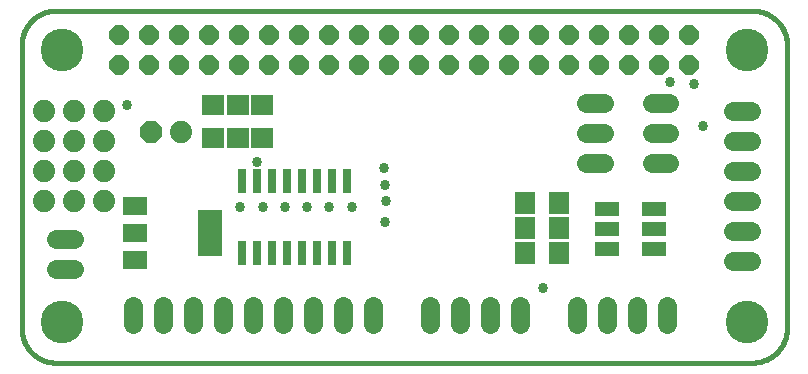
<source format=gts>
G75*
%MOIN*%
%OFA0B0*%
%FSLAX25Y25*%
%IPPOS*%
%LPD*%
%AMOC8*
5,1,8,0,0,1.08239X$1,22.5*
%
%ADD10C,0.01600*%
%ADD11R,0.07493X0.06706*%
%ADD12OC8,0.06406*%
%ADD13R,0.07505X0.06706*%
%ADD14OC8,0.07406*%
%ADD15C,0.07406*%
%ADD16R,0.03006X0.08406*%
%ADD17C,0.06343*%
%ADD18R,0.08280X0.06312*%
%ADD19R,0.08280X0.15367*%
%ADD20C,0.06406*%
%ADD21C,0.14249*%
%ADD22R,0.08280X0.04737*%
%ADD23R,0.06706X0.07505*%
%ADD24C,0.03384*%
D10*
X0015799Y0007181D02*
X0247431Y0007181D01*
X0259424Y0018440D02*
X0259424Y0112975D01*
X0259420Y0113257D01*
X0259410Y0113540D01*
X0259393Y0113822D01*
X0259368Y0114104D01*
X0259337Y0114385D01*
X0259299Y0114665D01*
X0259254Y0114944D01*
X0259202Y0115222D01*
X0259144Y0115499D01*
X0259078Y0115774D01*
X0259006Y0116048D01*
X0258928Y0116319D01*
X0258842Y0116589D01*
X0258750Y0116856D01*
X0258652Y0117121D01*
X0258547Y0117384D01*
X0258435Y0117644D01*
X0258318Y0117901D01*
X0258194Y0118155D01*
X0258063Y0118406D01*
X0257927Y0118654D01*
X0257785Y0118898D01*
X0257636Y0119139D01*
X0257482Y0119376D01*
X0257322Y0119609D01*
X0257157Y0119839D01*
X0256986Y0120064D01*
X0256809Y0120285D01*
X0256627Y0120501D01*
X0256440Y0120713D01*
X0256247Y0120920D01*
X0256050Y0121123D01*
X0255848Y0121320D01*
X0255641Y0121513D01*
X0255429Y0121700D01*
X0255213Y0121882D01*
X0254992Y0122059D01*
X0254767Y0122231D01*
X0254538Y0122396D01*
X0254305Y0122557D01*
X0254068Y0122711D01*
X0253827Y0122859D01*
X0253583Y0123002D01*
X0253335Y0123138D01*
X0253084Y0123269D01*
X0252830Y0123393D01*
X0252573Y0123511D01*
X0252314Y0123623D01*
X0252051Y0123728D01*
X0251786Y0123827D01*
X0251519Y0123919D01*
X0251249Y0124004D01*
X0250978Y0124084D01*
X0250704Y0124156D01*
X0250429Y0124221D01*
X0250153Y0124280D01*
X0249875Y0124332D01*
X0249596Y0124377D01*
X0249315Y0124416D01*
X0249034Y0124447D01*
X0248753Y0124472D01*
X0248470Y0124489D01*
X0248188Y0124500D01*
X0247905Y0124504D01*
X0015709Y0124504D01*
X0015433Y0124500D01*
X0015157Y0124490D01*
X0014881Y0124473D01*
X0014606Y0124449D01*
X0014332Y0124419D01*
X0014058Y0124382D01*
X0013785Y0124339D01*
X0013514Y0124289D01*
X0013244Y0124232D01*
X0012975Y0124169D01*
X0012708Y0124099D01*
X0012442Y0124023D01*
X0012179Y0123941D01*
X0011917Y0123852D01*
X0011658Y0123757D01*
X0011401Y0123655D01*
X0011147Y0123548D01*
X0010895Y0123434D01*
X0010647Y0123314D01*
X0010401Y0123188D01*
X0010158Y0123057D01*
X0009919Y0122919D01*
X0009683Y0122776D01*
X0009450Y0122627D01*
X0009221Y0122473D01*
X0008996Y0122313D01*
X0008775Y0122147D01*
X0008558Y0121977D01*
X0008345Y0121801D01*
X0008137Y0121620D01*
X0007932Y0121434D01*
X0007733Y0121243D01*
X0007538Y0121048D01*
X0007348Y0120847D01*
X0007163Y0120643D01*
X0006982Y0120433D01*
X0006807Y0120220D01*
X0006638Y0120002D01*
X0006473Y0119781D01*
X0006314Y0119555D01*
X0006160Y0119325D01*
X0006012Y0119092D01*
X0005870Y0118856D01*
X0005733Y0118616D01*
X0005602Y0118373D01*
X0005478Y0118126D01*
X0005359Y0117877D01*
X0005246Y0117625D01*
X0005139Y0117370D01*
X0005039Y0117113D01*
X0004945Y0116854D01*
X0004857Y0116592D01*
X0004775Y0116328D01*
X0004700Y0116062D01*
X0004631Y0115795D01*
X0004569Y0115526D01*
X0004513Y0115256D01*
X0004464Y0114984D01*
X0004422Y0114711D01*
X0004386Y0114437D01*
X0004357Y0114163D01*
X0004334Y0113888D01*
X0004318Y0113612D01*
X0004309Y0113336D01*
X0004306Y0113060D01*
X0004306Y0018474D01*
X0004312Y0018199D01*
X0004325Y0017924D01*
X0004344Y0017649D01*
X0004369Y0017375D01*
X0004402Y0017102D01*
X0004440Y0016829D01*
X0004486Y0016557D01*
X0004538Y0016287D01*
X0004596Y0016018D01*
X0004661Y0015750D01*
X0004733Y0015485D01*
X0004811Y0015221D01*
X0004895Y0014958D01*
X0004985Y0014698D01*
X0005082Y0014441D01*
X0005185Y0014185D01*
X0005294Y0013933D01*
X0005410Y0013682D01*
X0005531Y0013435D01*
X0005658Y0013191D01*
X0005791Y0012950D01*
X0005930Y0012712D01*
X0006074Y0012478D01*
X0006224Y0012247D01*
X0006380Y0012020D01*
X0006541Y0011797D01*
X0006707Y0011577D01*
X0006879Y0011362D01*
X0007056Y0011151D01*
X0007238Y0010944D01*
X0007425Y0010742D01*
X0007616Y0010545D01*
X0007813Y0010352D01*
X0008014Y0010163D01*
X0008219Y0009980D01*
X0008429Y0009802D01*
X0008643Y0009629D01*
X0008861Y0009461D01*
X0009084Y0009298D01*
X0009310Y0009141D01*
X0009539Y0008990D01*
X0009773Y0008844D01*
X0010010Y0008703D01*
X0010250Y0008569D01*
X0010493Y0008440D01*
X0010740Y0008317D01*
X0010989Y0008200D01*
X0011241Y0008089D01*
X0011496Y0007985D01*
X0011753Y0007886D01*
X0012012Y0007794D01*
X0012274Y0007708D01*
X0012537Y0007629D01*
X0012803Y0007555D01*
X0013070Y0007489D01*
X0013338Y0007428D01*
X0013608Y0007374D01*
X0013880Y0007327D01*
X0014152Y0007287D01*
X0014425Y0007252D01*
X0014699Y0007225D01*
X0014974Y0007204D01*
X0015248Y0007190D01*
X0015524Y0007182D01*
X0015799Y0007181D01*
X0247432Y0007181D02*
X0247713Y0007175D01*
X0247994Y0007177D01*
X0248275Y0007185D01*
X0248555Y0007200D01*
X0248836Y0007221D01*
X0249115Y0007250D01*
X0249394Y0007285D01*
X0249672Y0007327D01*
X0249949Y0007375D01*
X0250225Y0007431D01*
X0250499Y0007493D01*
X0250771Y0007561D01*
X0251042Y0007636D01*
X0251311Y0007718D01*
X0251578Y0007806D01*
X0251843Y0007901D01*
X0252105Y0008001D01*
X0252365Y0008109D01*
X0252622Y0008222D01*
X0252877Y0008342D01*
X0253128Y0008468D01*
X0253376Y0008599D01*
X0253621Y0008737D01*
X0253863Y0008881D01*
X0254101Y0009030D01*
X0254336Y0009185D01*
X0254566Y0009346D01*
X0254793Y0009512D01*
X0255015Y0009684D01*
X0255234Y0009861D01*
X0255448Y0010043D01*
X0255657Y0010231D01*
X0255862Y0010423D01*
X0256062Y0010620D01*
X0256258Y0010822D01*
X0256448Y0011029D01*
X0256634Y0011240D01*
X0256814Y0011456D01*
X0256989Y0011676D01*
X0257159Y0011900D01*
X0257323Y0012128D01*
X0257481Y0012361D01*
X0257634Y0012596D01*
X0257781Y0012836D01*
X0257923Y0013079D01*
X0258058Y0013325D01*
X0258188Y0013575D01*
X0258311Y0013827D01*
X0258428Y0014083D01*
X0258539Y0014341D01*
X0258644Y0014602D01*
X0258743Y0014865D01*
X0258835Y0015131D01*
X0258920Y0015398D01*
X0258999Y0015668D01*
X0259072Y0015940D01*
X0259138Y0016213D01*
X0259197Y0016488D01*
X0259250Y0016764D01*
X0259296Y0017041D01*
X0259335Y0017319D01*
X0259368Y0017598D01*
X0259394Y0017878D01*
X0259413Y0018159D01*
X0259425Y0018440D01*
D11*
X0068159Y0082014D03*
X0068159Y0093038D03*
D12*
X0066865Y0106323D03*
X0056865Y0106323D03*
X0046865Y0106323D03*
X0036865Y0106323D03*
X0036865Y0116323D03*
X0046865Y0116323D03*
X0056865Y0116323D03*
X0066865Y0116323D03*
X0076865Y0116323D03*
X0086865Y0116323D03*
X0096865Y0116323D03*
X0106865Y0116323D03*
X0116865Y0116323D03*
X0126865Y0116323D03*
X0136865Y0116323D03*
X0146865Y0116323D03*
X0156865Y0116323D03*
X0166865Y0116323D03*
X0176865Y0116323D03*
X0186865Y0116323D03*
X0196865Y0116323D03*
X0206865Y0116323D03*
X0216865Y0116323D03*
X0226865Y0116323D03*
X0226865Y0106323D03*
X0216865Y0106323D03*
X0206865Y0106323D03*
X0196865Y0106323D03*
X0186865Y0106323D03*
X0176865Y0106323D03*
X0166865Y0106323D03*
X0156865Y0106323D03*
X0146865Y0106323D03*
X0136865Y0106323D03*
X0126865Y0106323D03*
X0116865Y0106323D03*
X0106865Y0106323D03*
X0096865Y0106323D03*
X0086865Y0106323D03*
X0076865Y0106323D03*
D13*
X0076478Y0093124D03*
X0084448Y0093124D03*
X0084448Y0081927D03*
X0076478Y0081927D03*
D14*
X0047422Y0084124D03*
D15*
X0057422Y0084124D03*
X0031823Y0081001D03*
X0021823Y0081001D03*
X0011823Y0081001D03*
X0011823Y0091001D03*
X0021823Y0091001D03*
X0031823Y0091001D03*
X0031823Y0071001D03*
X0021823Y0071001D03*
X0011823Y0071001D03*
X0011823Y0061001D03*
X0021823Y0061001D03*
X0031823Y0061001D03*
D16*
X0077748Y0067823D03*
X0082748Y0067823D03*
X0087748Y0067823D03*
X0092748Y0067823D03*
X0097748Y0067823D03*
X0102748Y0067823D03*
X0107748Y0067823D03*
X0112748Y0067823D03*
X0112748Y0043623D03*
X0107748Y0043623D03*
X0102748Y0043623D03*
X0097748Y0043623D03*
X0092748Y0043623D03*
X0087748Y0043623D03*
X0082748Y0043623D03*
X0077748Y0043623D03*
D17*
X0081548Y0026159D02*
X0081548Y0020222D01*
X0071548Y0020222D02*
X0071548Y0026159D01*
X0061548Y0026159D02*
X0061548Y0020222D01*
X0051548Y0020222D02*
X0051548Y0026159D01*
X0041548Y0026159D02*
X0041548Y0020222D01*
X0021743Y0038253D02*
X0015806Y0038253D01*
X0015806Y0048253D02*
X0021743Y0048253D01*
X0091548Y0026159D02*
X0091548Y0020222D01*
X0101548Y0020222D02*
X0101548Y0026159D01*
X0111548Y0026159D02*
X0111548Y0020222D01*
X0121548Y0020222D02*
X0121548Y0026159D01*
X0140478Y0026159D02*
X0140478Y0020222D01*
X0150478Y0020222D02*
X0150478Y0026159D01*
X0160478Y0026159D02*
X0160478Y0020222D01*
X0170478Y0020222D02*
X0170478Y0026159D01*
X0189408Y0026159D02*
X0189408Y0020222D01*
X0199408Y0020222D02*
X0199408Y0026159D01*
X0209408Y0026159D02*
X0209408Y0020222D01*
X0219408Y0020222D02*
X0219408Y0026159D01*
X0241479Y0041047D02*
X0247416Y0041047D01*
X0247416Y0051047D02*
X0241479Y0051047D01*
X0241479Y0061047D02*
X0247416Y0061047D01*
X0247416Y0071047D02*
X0241479Y0071047D01*
X0241479Y0081047D02*
X0247416Y0081047D01*
X0247416Y0091047D02*
X0241479Y0091047D01*
X0220209Y0093692D02*
X0214272Y0093692D01*
X0214272Y0083692D02*
X0220209Y0083692D01*
X0220209Y0073692D02*
X0214272Y0073692D01*
D18*
X0042246Y0059478D03*
X0042246Y0050423D03*
X0042246Y0041368D03*
D19*
X0067050Y0050423D03*
D20*
X0192392Y0073692D02*
X0198392Y0073692D01*
X0198392Y0083692D02*
X0192392Y0083692D01*
X0192392Y0093692D02*
X0198392Y0093692D01*
D21*
X0246039Y0111323D03*
X0246039Y0020772D03*
X0017692Y0020772D03*
X0017692Y0111323D03*
D22*
X0199412Y0058537D03*
X0199412Y0051844D03*
X0199412Y0045151D03*
X0215160Y0045151D03*
X0215160Y0051844D03*
X0215160Y0058537D03*
D23*
X0183360Y0060271D03*
X0172164Y0060271D03*
X0172164Y0051980D03*
X0183360Y0051980D03*
X0183360Y0043688D03*
X0172164Y0043688D03*
D24*
X0178135Y0032011D03*
X0125432Y0054029D03*
X0114267Y0059203D03*
X0106855Y0059203D03*
X0099444Y0059203D03*
X0092032Y0059203D03*
X0084620Y0059203D03*
X0077209Y0059203D03*
X0082811Y0074179D03*
X0125010Y0072168D03*
X0125348Y0066509D03*
X0125769Y0061059D03*
X0039351Y0092954D03*
X0220314Y0100631D03*
X0228359Y0099932D03*
X0231305Y0085903D03*
M02*

</source>
